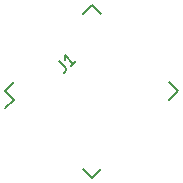
<source format=gbr>
G04 #@! TF.FileFunction,Legend,Top*
%FSLAX46Y46*%
G04 Gerber Fmt 4.6, Leading zero omitted, Abs format (unit mm)*
G04 Created by KiCad (PCBNEW 4.0.7) date 02/22/18 18:04:52*
%MOMM*%
%LPD*%
G01*
G04 APERTURE LIST*
%ADD10C,0.100000*%
%ADD11C,0.150000*%
G04 APERTURE END LIST*
D10*
D11*
X147926245Y-94615000D02*
X148633352Y-95322107D01*
X155244800Y-87296445D02*
X156004940Y-88056585D01*
X162563355Y-94615000D02*
X161803215Y-93854860D01*
X155244800Y-101933555D02*
X154484660Y-101173415D01*
X147926245Y-94615000D02*
X148686385Y-93854860D01*
X155244800Y-101933555D02*
X156004940Y-101173415D01*
X162563355Y-94615000D02*
X161803215Y-95375140D01*
X155244800Y-87296445D02*
X154484660Y-88056585D01*
X148633352Y-95322107D02*
X147908567Y-96046891D01*
X152462873Y-92075877D02*
X152967949Y-92580953D01*
X153035292Y-92715641D01*
X153035292Y-92850328D01*
X152967949Y-92985015D01*
X152900605Y-93052358D01*
X153877086Y-92075877D02*
X153473025Y-92479938D01*
X153675055Y-92277908D02*
X152967949Y-91570801D01*
X153001620Y-91739160D01*
X153001620Y-91873847D01*
X152967949Y-91974862D01*
M02*

</source>
